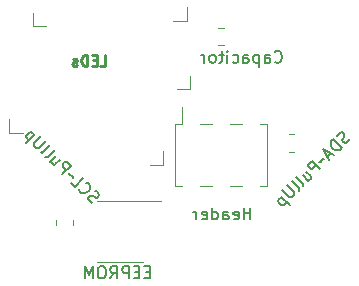
<source format=gbr>
%TF.GenerationSoftware,KiCad,Pcbnew,(6.0.1)*%
%TF.CreationDate,2022-06-27T23:46:06+01:00*%
%TF.ProjectId,Butterfly_Badge_Addon,42757474-6572-4666-9c79-5f4261646765,rev?*%
%TF.SameCoordinates,Original*%
%TF.FileFunction,Legend,Bot*%
%TF.FilePolarity,Positive*%
%FSLAX46Y46*%
G04 Gerber Fmt 4.6, Leading zero omitted, Abs format (unit mm)*
G04 Created by KiCad (PCBNEW (6.0.1)) date 2022-06-27 23:46:06*
%MOMM*%
%LPD*%
G01*
G04 APERTURE LIST*
%ADD10C,0.225000*%
%ADD11C,0.150000*%
%ADD12C,0.120000*%
G04 APERTURE END LIST*
D10*
X110289857Y-83973142D02*
X110718428Y-83973142D01*
X110718428Y-83073142D01*
X109989857Y-83501714D02*
X109689857Y-83501714D01*
X109561285Y-83973142D02*
X109989857Y-83973142D01*
X109989857Y-83073142D01*
X109561285Y-83073142D01*
X109175571Y-83973142D02*
X109175571Y-83073142D01*
X108961285Y-83073142D01*
X108832714Y-83116000D01*
X108747000Y-83201714D01*
X108704142Y-83287428D01*
X108661285Y-83458857D01*
X108661285Y-83587428D01*
X108704142Y-83758857D01*
X108747000Y-83844571D01*
X108832714Y-83930285D01*
X108961285Y-83973142D01*
X109175571Y-83973142D01*
X108318428Y-83930285D02*
X108232714Y-83973142D01*
X108061285Y-83973142D01*
X107975571Y-83930285D01*
X107932714Y-83844571D01*
X107932714Y-83801714D01*
X107975571Y-83716000D01*
X108061285Y-83673142D01*
X108189857Y-83673142D01*
X108275571Y-83630285D01*
X108318428Y-83544571D01*
X108318428Y-83501714D01*
X108275571Y-83416000D01*
X108189857Y-83373142D01*
X108061285Y-83373142D01*
X107975571Y-83416000D01*
D11*
%TO.C,Capacitor*%
X125062904Y-83607142D02*
X125110523Y-83654761D01*
X125253380Y-83702380D01*
X125348619Y-83702380D01*
X125491476Y-83654761D01*
X125586714Y-83559523D01*
X125634333Y-83464285D01*
X125681952Y-83273809D01*
X125681952Y-83130952D01*
X125634333Y-82940476D01*
X125586714Y-82845238D01*
X125491476Y-82750000D01*
X125348619Y-82702380D01*
X125253380Y-82702380D01*
X125110523Y-82750000D01*
X125062904Y-82797619D01*
X124205761Y-83702380D02*
X124205761Y-83178571D01*
X124253380Y-83083333D01*
X124348619Y-83035714D01*
X124539095Y-83035714D01*
X124634333Y-83083333D01*
X124205761Y-83654761D02*
X124301000Y-83702380D01*
X124539095Y-83702380D01*
X124634333Y-83654761D01*
X124681952Y-83559523D01*
X124681952Y-83464285D01*
X124634333Y-83369047D01*
X124539095Y-83321428D01*
X124301000Y-83321428D01*
X124205761Y-83273809D01*
X123729571Y-83035714D02*
X123729571Y-84035714D01*
X123729571Y-83083333D02*
X123634333Y-83035714D01*
X123443857Y-83035714D01*
X123348619Y-83083333D01*
X123301000Y-83130952D01*
X123253380Y-83226190D01*
X123253380Y-83511904D01*
X123301000Y-83607142D01*
X123348619Y-83654761D01*
X123443857Y-83702380D01*
X123634333Y-83702380D01*
X123729571Y-83654761D01*
X122396238Y-83702380D02*
X122396238Y-83178571D01*
X122443857Y-83083333D01*
X122539095Y-83035714D01*
X122729571Y-83035714D01*
X122824809Y-83083333D01*
X122396238Y-83654761D02*
X122491476Y-83702380D01*
X122729571Y-83702380D01*
X122824809Y-83654761D01*
X122872428Y-83559523D01*
X122872428Y-83464285D01*
X122824809Y-83369047D01*
X122729571Y-83321428D01*
X122491476Y-83321428D01*
X122396238Y-83273809D01*
X121491476Y-83654761D02*
X121586714Y-83702380D01*
X121777190Y-83702380D01*
X121872428Y-83654761D01*
X121920047Y-83607142D01*
X121967666Y-83511904D01*
X121967666Y-83226190D01*
X121920047Y-83130952D01*
X121872428Y-83083333D01*
X121777190Y-83035714D01*
X121586714Y-83035714D01*
X121491476Y-83083333D01*
X121062904Y-83702380D02*
X121062904Y-83035714D01*
X121062904Y-82702380D02*
X121110523Y-82750000D01*
X121062904Y-82797619D01*
X121015285Y-82750000D01*
X121062904Y-82702380D01*
X121062904Y-82797619D01*
X120729571Y-83035714D02*
X120348619Y-83035714D01*
X120586714Y-82702380D02*
X120586714Y-83559523D01*
X120539095Y-83654761D01*
X120443857Y-83702380D01*
X120348619Y-83702380D01*
X119872428Y-83702380D02*
X119967666Y-83654761D01*
X120015285Y-83607142D01*
X120062904Y-83511904D01*
X120062904Y-83226190D01*
X120015285Y-83130952D01*
X119967666Y-83083333D01*
X119872428Y-83035714D01*
X119729571Y-83035714D01*
X119634333Y-83083333D01*
X119586714Y-83130952D01*
X119539095Y-83226190D01*
X119539095Y-83511904D01*
X119586714Y-83607142D01*
X119634333Y-83654761D01*
X119729571Y-83702380D01*
X119872428Y-83702380D01*
X119110523Y-83702380D02*
X119110523Y-83035714D01*
X119110523Y-83226190D02*
X119062904Y-83130952D01*
X119015285Y-83083333D01*
X118920047Y-83035714D01*
X118824809Y-83035714D01*
%TO.C,EEPROM*%
X114511904Y-101428571D02*
X114178571Y-101428571D01*
X114035714Y-101952380D02*
X114511904Y-101952380D01*
X114511904Y-100952380D01*
X114035714Y-100952380D01*
X113607142Y-101428571D02*
X113273809Y-101428571D01*
X113130952Y-101952380D02*
X113607142Y-101952380D01*
X113607142Y-100952380D01*
X113130952Y-100952380D01*
X112702380Y-101952380D02*
X112702380Y-100952380D01*
X112321428Y-100952380D01*
X112226190Y-101000000D01*
X112178571Y-101047619D01*
X112130952Y-101142857D01*
X112130952Y-101285714D01*
X112178571Y-101380952D01*
X112226190Y-101428571D01*
X112321428Y-101476190D01*
X112702380Y-101476190D01*
X111130952Y-101952380D02*
X111464285Y-101476190D01*
X111702380Y-101952380D02*
X111702380Y-100952380D01*
X111321428Y-100952380D01*
X111226190Y-101000000D01*
X111178571Y-101047619D01*
X111130952Y-101142857D01*
X111130952Y-101285714D01*
X111178571Y-101380952D01*
X111226190Y-101428571D01*
X111321428Y-101476190D01*
X111702380Y-101476190D01*
X110511904Y-100952380D02*
X110321428Y-100952380D01*
X110226190Y-101000000D01*
X110130952Y-101095238D01*
X110083333Y-101285714D01*
X110083333Y-101619047D01*
X110130952Y-101809523D01*
X110226190Y-101904761D01*
X110321428Y-101952380D01*
X110511904Y-101952380D01*
X110607142Y-101904761D01*
X110702380Y-101809523D01*
X110750000Y-101619047D01*
X110750000Y-101285714D01*
X110702380Y-101095238D01*
X110607142Y-101000000D01*
X110511904Y-100952380D01*
X109654761Y-101952380D02*
X109654761Y-100952380D01*
X109321428Y-101666666D01*
X108988095Y-100952380D01*
X108988095Y-101952380D01*
%TO.C,SCL~PullUp*%
X109603217Y-95570637D02*
X109468530Y-95503293D01*
X109300171Y-95334934D01*
X109266499Y-95233919D01*
X109266499Y-95166575D01*
X109300171Y-95065560D01*
X109367514Y-94998217D01*
X109468530Y-94964545D01*
X109535873Y-94964545D01*
X109636888Y-94998217D01*
X109805247Y-95099232D01*
X109906263Y-95132904D01*
X109973606Y-95132904D01*
X110074621Y-95099232D01*
X110141965Y-95031888D01*
X110175637Y-94930873D01*
X110175637Y-94863530D01*
X110141965Y-94762514D01*
X109973606Y-94594156D01*
X109838919Y-94526812D01*
X108525721Y-94425797D02*
X108525721Y-94493140D01*
X108593064Y-94627827D01*
X108660408Y-94695171D01*
X108795095Y-94762514D01*
X108929782Y-94762514D01*
X109030797Y-94728843D01*
X109199156Y-94627827D01*
X109300171Y-94526812D01*
X109401186Y-94358453D01*
X109434858Y-94257438D01*
X109434858Y-94122751D01*
X109367514Y-93988064D01*
X109300171Y-93920721D01*
X109165484Y-93853377D01*
X109098140Y-93853377D01*
X107818614Y-93853377D02*
X108155331Y-94190095D01*
X108862438Y-93482988D01*
X107953301Y-93449316D02*
X107953301Y-93381973D01*
X107919629Y-93280957D01*
X107717599Y-93213614D01*
X107683927Y-93112599D01*
X107683927Y-93045255D01*
X107077835Y-93112599D02*
X107784942Y-92405492D01*
X107515568Y-92136118D01*
X107414553Y-92102446D01*
X107347209Y-92102446D01*
X107246194Y-92136118D01*
X107145179Y-92237133D01*
X107111507Y-92338148D01*
X107111507Y-92405492D01*
X107145179Y-92506507D01*
X107414553Y-92775881D01*
X106539087Y-91631042D02*
X106067683Y-92102446D01*
X106842133Y-91934087D02*
X106471744Y-92304477D01*
X106370729Y-92338148D01*
X106269713Y-92304477D01*
X106168698Y-92203461D01*
X106135026Y-92102446D01*
X106135026Y-92035103D01*
X105629950Y-91664713D02*
X105730965Y-91698385D01*
X105831981Y-91664713D01*
X106438072Y-91058622D01*
X105259561Y-91294324D02*
X105360576Y-91327996D01*
X105461591Y-91294324D01*
X106067683Y-90688233D01*
X105697294Y-90317843D02*
X105124874Y-90890263D01*
X105023859Y-90923935D01*
X104956515Y-90923935D01*
X104855500Y-90890263D01*
X104720813Y-90755576D01*
X104687141Y-90654561D01*
X104687141Y-90587217D01*
X104720813Y-90486202D01*
X105293233Y-89913782D01*
X104720813Y-89812767D02*
X104013706Y-90519874D01*
X104687141Y-89846439D02*
X104653469Y-89745424D01*
X104518782Y-89610736D01*
X104417767Y-89577065D01*
X104350424Y-89577065D01*
X104249408Y-89610736D01*
X104047378Y-89812767D01*
X104013706Y-89913782D01*
X104013706Y-89981126D01*
X104047378Y-90082141D01*
X104182065Y-90216828D01*
X104283080Y-90250500D01*
%TO.C,SDA~PullUp*%
X131401472Y-90150946D02*
X131334129Y-90285633D01*
X131165770Y-90453992D01*
X131064755Y-90487664D01*
X130997411Y-90487664D01*
X130896396Y-90453992D01*
X130829053Y-90386649D01*
X130795381Y-90285633D01*
X130795381Y-90218290D01*
X130829053Y-90117275D01*
X130930068Y-89948916D01*
X130963740Y-89847901D01*
X130963740Y-89780557D01*
X130930068Y-89679542D01*
X130862724Y-89612198D01*
X130761709Y-89578527D01*
X130694366Y-89578527D01*
X130593350Y-89612198D01*
X130424992Y-89780557D01*
X130357648Y-89915244D01*
X130728037Y-90891725D02*
X130020931Y-90184618D01*
X129852572Y-90352977D01*
X129785228Y-90487664D01*
X129785228Y-90622351D01*
X129818900Y-90723366D01*
X129919915Y-90891725D01*
X130020931Y-90992740D01*
X130189289Y-91093755D01*
X130290305Y-91127427D01*
X130424992Y-91127427D01*
X130559679Y-91060084D01*
X130728037Y-90891725D01*
X129852572Y-91363129D02*
X129515854Y-91699847D01*
X130121946Y-91497816D02*
X129179137Y-91026412D01*
X129650541Y-91969221D01*
X129246480Y-91834534D02*
X129179137Y-91834534D01*
X129078122Y-91868206D01*
X129010778Y-92070236D01*
X128909763Y-92103908D01*
X128842419Y-92103908D01*
X128909763Y-92710000D02*
X128202656Y-92002893D01*
X127933282Y-92272267D01*
X127899610Y-92373282D01*
X127899610Y-92440625D01*
X127933282Y-92541641D01*
X128034297Y-92642656D01*
X128135312Y-92676328D01*
X128202656Y-92676328D01*
X128303671Y-92642656D01*
X128573045Y-92373282D01*
X127428206Y-93248748D02*
X127899610Y-93720152D01*
X127731251Y-92945702D02*
X128101641Y-93316091D01*
X128135312Y-93417106D01*
X128101641Y-93518122D01*
X128000625Y-93619137D01*
X127899610Y-93652809D01*
X127832267Y-93652809D01*
X127461877Y-94157885D02*
X127495549Y-94056870D01*
X127461877Y-93955854D01*
X126855786Y-93349763D01*
X127091488Y-94528274D02*
X127125160Y-94427259D01*
X127091488Y-94326244D01*
X126485397Y-93720152D01*
X126115007Y-94090541D02*
X126687427Y-94662961D01*
X126721099Y-94763976D01*
X126721099Y-94831320D01*
X126687427Y-94932335D01*
X126552740Y-95067022D01*
X126451725Y-95100694D01*
X126384381Y-95100694D01*
X126283366Y-95067022D01*
X125710946Y-94494602D01*
X125609931Y-95067022D02*
X126317038Y-95774129D01*
X125643603Y-95100694D02*
X125542588Y-95134366D01*
X125407901Y-95269053D01*
X125374229Y-95370068D01*
X125374229Y-95437411D01*
X125407901Y-95538427D01*
X125609931Y-95740457D01*
X125710946Y-95774129D01*
X125778290Y-95774129D01*
X125879305Y-95740457D01*
X126013992Y-95605770D01*
X126047664Y-95504755D01*
%TO.C,Header*%
X123007142Y-96972380D02*
X123007142Y-95972380D01*
X123007142Y-96448571D02*
X122435714Y-96448571D01*
X122435714Y-96972380D02*
X122435714Y-95972380D01*
X121578571Y-96924761D02*
X121673809Y-96972380D01*
X121864285Y-96972380D01*
X121959523Y-96924761D01*
X122007142Y-96829523D01*
X122007142Y-96448571D01*
X121959523Y-96353333D01*
X121864285Y-96305714D01*
X121673809Y-96305714D01*
X121578571Y-96353333D01*
X121530952Y-96448571D01*
X121530952Y-96543809D01*
X122007142Y-96639047D01*
X120673809Y-96972380D02*
X120673809Y-96448571D01*
X120721428Y-96353333D01*
X120816666Y-96305714D01*
X121007142Y-96305714D01*
X121102380Y-96353333D01*
X120673809Y-96924761D02*
X120769047Y-96972380D01*
X121007142Y-96972380D01*
X121102380Y-96924761D01*
X121150000Y-96829523D01*
X121150000Y-96734285D01*
X121102380Y-96639047D01*
X121007142Y-96591428D01*
X120769047Y-96591428D01*
X120673809Y-96543809D01*
X119769047Y-96972380D02*
X119769047Y-95972380D01*
X119769047Y-96924761D02*
X119864285Y-96972380D01*
X120054761Y-96972380D01*
X120150000Y-96924761D01*
X120197619Y-96877142D01*
X120245238Y-96781904D01*
X120245238Y-96496190D01*
X120197619Y-96400952D01*
X120150000Y-96353333D01*
X120054761Y-96305714D01*
X119864285Y-96305714D01*
X119769047Y-96353333D01*
X118911904Y-96924761D02*
X119007142Y-96972380D01*
X119197619Y-96972380D01*
X119292857Y-96924761D01*
X119340476Y-96829523D01*
X119340476Y-96448571D01*
X119292857Y-96353333D01*
X119197619Y-96305714D01*
X119007142Y-96305714D01*
X118911904Y-96353333D01*
X118864285Y-96448571D01*
X118864285Y-96543809D01*
X119340476Y-96639047D01*
X118435714Y-96972380D02*
X118435714Y-96305714D01*
X118435714Y-96496190D02*
X118388095Y-96400952D01*
X118340476Y-96353333D01*
X118245238Y-96305714D01*
X118150000Y-96305714D01*
D12*
%TO.C,Capacitor*%
X120238748Y-82235000D02*
X120761252Y-82235000D01*
X120238748Y-80765000D02*
X120761252Y-80765000D01*
%TO.C,D5*%
X117928000Y-85963000D02*
X117928000Y-84813000D01*
X117928000Y-85963000D02*
X116768000Y-85963000D01*
%TO.C,D1*%
X115642000Y-92329000D02*
X115642000Y-91179000D01*
X115642000Y-92329000D02*
X114482000Y-92329000D01*
%TO.C,D3*%
X104587000Y-80628000D02*
X104587000Y-79468000D01*
X104587000Y-80628000D02*
X105737000Y-80628000D01*
%TO.C,EEPROM*%
X112000000Y-100560000D02*
X113950000Y-100560000D01*
X112000000Y-95440000D02*
X115450000Y-95440000D01*
X112000000Y-95440000D02*
X110050000Y-95440000D01*
X112000000Y-100560000D02*
X110050000Y-100560000D01*
%TO.C,D4*%
X117628000Y-80137000D02*
X116468000Y-80137000D01*
X117628000Y-80137000D02*
X117628000Y-78987000D01*
%TO.C,D2*%
X102587000Y-89628000D02*
X103737000Y-89628000D01*
X102587000Y-89628000D02*
X102587000Y-88468000D01*
%TO.C,SCL~PullUp*%
X107985000Y-97477064D02*
X107985000Y-97022936D01*
X106515000Y-97477064D02*
X106515000Y-97022936D01*
%TO.C,SDA~PullUp*%
X126272936Y-89765000D02*
X126727064Y-89765000D01*
X126272936Y-91235000D02*
X126727064Y-91235000D01*
%TO.C,Header*%
X117200000Y-87460000D02*
X117200000Y-88900000D01*
X124370000Y-88900000D02*
X124370000Y-94100000D01*
X116630000Y-94100000D02*
X117200000Y-94100000D01*
X121260000Y-94100000D02*
X122280000Y-94100000D01*
X123800000Y-94100000D02*
X124370000Y-94100000D01*
X116630000Y-88900000D02*
X116630000Y-94100000D01*
X118720000Y-88900000D02*
X119740000Y-88900000D01*
X123800000Y-88900000D02*
X124370000Y-88900000D01*
X121260000Y-88900000D02*
X122280000Y-88900000D01*
X118720000Y-94100000D02*
X119740000Y-94100000D01*
X116630000Y-88900000D02*
X117200000Y-88900000D01*
%TD*%
M02*

</source>
